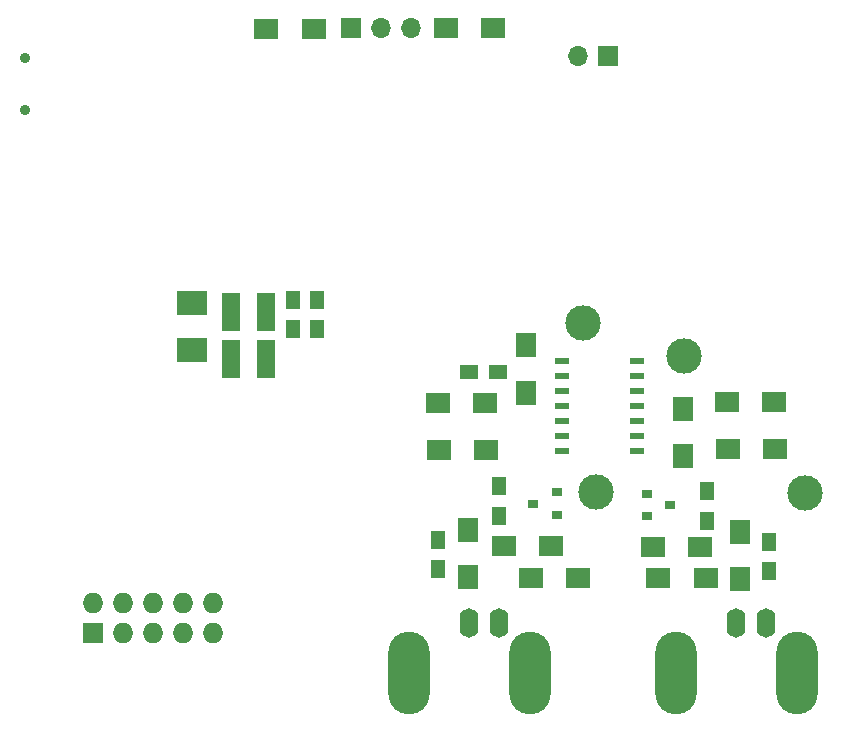
<source format=gbs>
G04 #@! TF.FileFunction,Soldermask,Bot*
%FSLAX46Y46*%
G04 Gerber Fmt 4.6, Leading zero omitted, Abs format (unit mm)*
G04 Created by KiCad (PCBNEW 4.0.5) date 05/02/17 17:06:42*
%MOMM*%
%LPD*%
G01*
G04 APERTURE LIST*
%ADD10C,0.100000*%
%ADD11R,1.250000X1.500000*%
%ADD12R,1.500000X3.200000*%
%ADD13R,1.500000X1.250000*%
%ADD14R,0.900000X0.800000*%
%ADD15O,3.500120X7.000240*%
%ADD16O,1.600200X2.499360*%
%ADD17R,1.700000X1.700000*%
%ADD18O,1.700000X1.700000*%
%ADD19C,0.900000*%
%ADD20R,1.700000X2.000000*%
%ADD21R,2.000000X1.700000*%
%ADD22R,1.143000X0.508000*%
%ADD23R,1.727200X1.727200*%
%ADD24O,1.727200X1.727200*%
%ADD25C,3.000000*%
%ADD26R,2.500000X2.000000*%
G04 APERTURE END LIST*
D10*
D11*
X72500000Y-90750000D03*
X72500000Y-93250000D03*
X100600000Y-90950000D03*
X100600000Y-93450000D03*
D12*
X55000000Y-71500000D03*
X55000000Y-75500000D03*
X58000000Y-71500000D03*
X58000000Y-75500000D03*
D11*
X60300000Y-70450000D03*
X60300000Y-72950000D03*
X62300000Y-72950000D03*
X62300000Y-70450000D03*
D13*
X77650000Y-76600000D03*
X75150000Y-76600000D03*
D14*
X82600000Y-86750000D03*
X82600000Y-88650000D03*
X80600000Y-87700000D03*
X90200000Y-88750000D03*
X90200000Y-86850000D03*
X92200000Y-87800000D03*
D15*
X80297780Y-102063400D03*
X70099680Y-102063400D03*
D16*
X75200000Y-97798740D03*
X77699360Y-97798740D03*
D15*
X102897780Y-102063400D03*
X92699680Y-102063400D03*
D16*
X97800000Y-97798740D03*
X100299360Y-97798740D03*
D17*
X65200000Y-47400000D03*
D18*
X67740000Y-47400000D03*
X70280000Y-47400000D03*
D17*
X86900000Y-49800000D03*
D18*
X84360000Y-49800000D03*
D19*
X37600000Y-50000000D03*
X37600000Y-54400000D03*
D20*
X75100000Y-93900000D03*
X75100000Y-89900000D03*
D21*
X82100000Y-91300000D03*
X78100000Y-91300000D03*
X90700000Y-91400000D03*
X94700000Y-91400000D03*
D20*
X98100000Y-94100000D03*
X98100000Y-90100000D03*
D21*
X80400000Y-94000000D03*
X84400000Y-94000000D03*
D20*
X80000000Y-74300000D03*
X80000000Y-78300000D03*
X93300000Y-79700000D03*
X93300000Y-83700000D03*
D21*
X73200000Y-47400000D03*
X77200000Y-47400000D03*
X62000000Y-47500000D03*
X58000000Y-47500000D03*
D22*
X82998000Y-83210000D03*
X82998000Y-81940000D03*
X82998000Y-80670000D03*
X82998000Y-79400000D03*
X82998000Y-78130000D03*
X82998000Y-76860000D03*
X82998000Y-75590000D03*
X89348000Y-75590000D03*
X89348000Y-76860000D03*
X89348000Y-79400000D03*
X89348000Y-80670000D03*
X89348000Y-81940000D03*
X89348000Y-83210000D03*
X89348000Y-78130000D03*
D23*
X43300000Y-98650000D03*
D24*
X43300000Y-96110000D03*
X45840000Y-98650000D03*
X45840000Y-96110000D03*
X48380000Y-98650000D03*
X48380000Y-96110000D03*
X50920000Y-98650000D03*
X50920000Y-96110000D03*
X53460000Y-98650000D03*
X53460000Y-96110000D03*
D21*
X95200000Y-94000000D03*
X91200000Y-94000000D03*
D11*
X77700000Y-88750000D03*
X77700000Y-86250000D03*
X95300000Y-86650000D03*
X95300000Y-89150000D03*
D21*
X72500000Y-79200000D03*
X76500000Y-79200000D03*
X76600000Y-83200000D03*
X72600000Y-83200000D03*
X101100000Y-83100000D03*
X97100000Y-83100000D03*
X97000000Y-79100000D03*
X101000000Y-79100000D03*
D25*
X85900000Y-86700000D03*
X84800000Y-72400000D03*
X93400000Y-75200000D03*
X103600000Y-86800000D03*
D26*
X51700000Y-70700000D03*
X51700000Y-74700000D03*
M02*

</source>
